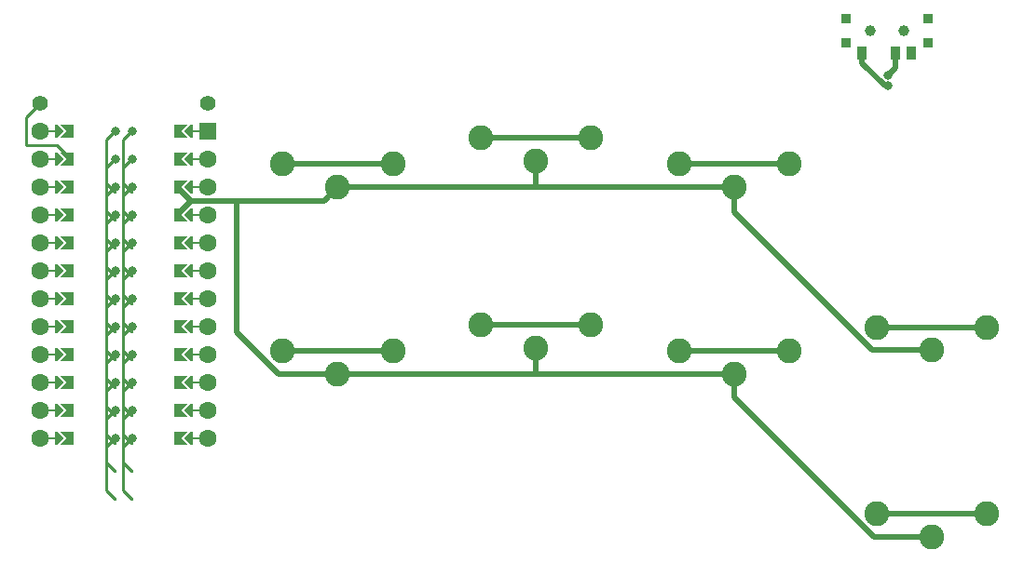
<source format=gbl>
%TF.GenerationSoftware,KiCad,Pcbnew,(6.0.10)*%
%TF.CreationDate,2023-01-30T19:57:53-06:00*%
%TF.ProjectId,mypaintbrush_aggressive,6d797061-696e-4746-9272-7573685f6167,rev?*%
%TF.SameCoordinates,Original*%
%TF.FileFunction,Copper,L2,Bot*%
%TF.FilePolarity,Positive*%
%FSLAX46Y46*%
G04 Gerber Fmt 4.6, Leading zero omitted, Abs format (unit mm)*
G04 Created by KiCad (PCBNEW (6.0.10)) date 2023-01-30 19:57:53*
%MOMM*%
%LPD*%
G01*
G04 APERTURE LIST*
G04 Aperture macros list*
%AMFreePoly0*
4,1,6,0.600000,0.200000,0.000000,-0.400000,-0.600000,0.200000,-0.600000,0.400000,0.600000,0.400000,0.600000,0.200000,0.600000,0.200000,$1*%
%AMFreePoly1*
4,1,5,0.125000,-0.500000,-0.125000,-0.500000,-0.125000,0.500000,0.125000,0.500000,0.125000,-0.500000,0.125000,-0.500000,$1*%
%AMFreePoly2*
4,1,49,0.004773,0.123721,0.009154,0.124665,0.028961,0.117240,0.062500,0.108253,0.068237,0.102516,0.075053,0.099961,0.087617,0.083136,0.108253,0.062500,0.111178,0.051584,0.117161,0.043572,0.118539,0.024114,0.125000,0.000000,0.121239,-0.014035,0.122131,-0.026629,0.113759,-0.041951,0.108253,-0.062500,0.095644,-0.075109,0.088389,-0.088388,-0.641000,-0.817776,-0.641000,-4.770224,
0.088389,-5.499612,0.109852,-5.528356,0.124665,-5.597154,0.099961,-5.663053,0.043572,-5.705161,-0.026629,-5.710131,-0.088388,-5.676389,-0.854388,-4.910388,-0.867707,-4.892552,-0.871189,-4.889530,-0.871982,-4.886826,-0.875852,-4.881644,-0.882331,-4.851549,-0.891000,-4.822000,-0.891000,-0.766000,-0.887805,-0.743969,-0.888131,-0.739371,-0.886780,-0.736898,-0.885852,-0.730498,-0.869151,-0.704632,
-0.854388,-0.677612,-0.088388,0.088389,-0.064606,0.106147,-0.062500,0.108253,-0.061385,0.108552,-0.059644,0.109852,-0.043806,0.113262,0.000000,0.125000,0.004773,0.123721,0.004773,0.123721,$1*%
%AMFreePoly3*
4,1,6,0.600000,-0.250000,-0.600000,-0.250000,-0.600000,1.000000,0.000000,0.400000,0.600000,1.000000,0.600000,-0.250000,0.600000,-0.250000,$1*%
G04 Aperture macros list end*
%TA.AperFunction,ComponentPad*%
%ADD10C,2.262000*%
%TD*%
%TA.AperFunction,ComponentPad*%
%ADD11C,1.600000*%
%TD*%
%TA.AperFunction,SMDPad,CuDef*%
%ADD12FreePoly0,270.000000*%
%TD*%
%TA.AperFunction,SMDPad,CuDef*%
%ADD13FreePoly1,270.000000*%
%TD*%
%TA.AperFunction,SMDPad,CuDef*%
%ADD14FreePoly1,90.000000*%
%TD*%
%TA.AperFunction,SMDPad,CuDef*%
%ADD15FreePoly0,90.000000*%
%TD*%
%TA.AperFunction,ComponentPad*%
%ADD16R,1.600000X1.600000*%
%TD*%
%TA.AperFunction,ComponentPad*%
%ADD17C,0.800000*%
%TD*%
%TA.AperFunction,SMDPad,CuDef*%
%ADD18FreePoly2,90.000000*%
%TD*%
%TA.AperFunction,SMDPad,CuDef*%
%ADD19FreePoly3,270.000000*%
%TD*%
%TA.AperFunction,SMDPad,CuDef*%
%ADD20FreePoly3,90.000000*%
%TD*%
%TA.AperFunction,SMDPad,CuDef*%
%ADD21FreePoly2,270.000000*%
%TD*%
%TA.AperFunction,ComponentPad*%
%ADD22C,1.397000*%
%TD*%
%TA.AperFunction,WasherPad*%
%ADD23C,1.000000*%
%TD*%
%TA.AperFunction,SMDPad,CuDef*%
%ADD24R,0.900000X0.900000*%
%TD*%
%TA.AperFunction,SMDPad,CuDef*%
%ADD25R,0.900000X1.250000*%
%TD*%
%TA.AperFunction,ViaPad*%
%ADD26C,0.800000*%
%TD*%
%TA.AperFunction,Conductor*%
%ADD27C,0.508000*%
%TD*%
%TA.AperFunction,Conductor*%
%ADD28C,0.250000*%
%TD*%
G04 APERTURE END LIST*
D10*
%TO.P,KEY2,1,1*%
%TO.N,GND*%
X123851736Y-32369424D03*
%TO.P,KEY2,2,2*%
%TO.N,R1C2*%
X118851736Y-30269424D03*
X128851736Y-30269424D03*
%TD*%
%TO.P,KEY3,1,1*%
%TO.N,GND*%
X141851738Y-34749426D03*
%TO.P,KEY3,2,2*%
%TO.N,R1C3*%
X146851738Y-32649426D03*
X136851738Y-32649426D03*
%TD*%
%TO.P,KEY4,1,1*%
%TO.N,GND*%
X159851734Y-49599425D03*
%TO.P,KEY4,2,2*%
%TO.N,R1C4*%
X164851734Y-47499425D03*
X154851734Y-47499425D03*
%TD*%
%TO.P,KEY6,1,1*%
%TO.N,GND*%
X123851738Y-49369424D03*
%TO.P,KEY6,2,2*%
%TO.N,R2C2*%
X128851738Y-47269424D03*
X118851738Y-47269424D03*
%TD*%
%TO.P,KEY7,1,1*%
%TO.N,GND*%
X141851738Y-51749426D03*
%TO.P,KEY7,2,2*%
%TO.N,R2C3*%
X146851738Y-49649426D03*
X136851738Y-49649426D03*
%TD*%
%TO.P,KEY8,1,1*%
%TO.N,GND*%
X159851736Y-66599424D03*
%TO.P,KEY8,2,2*%
%TO.N,R2C4*%
X164851736Y-64499424D03*
X154851736Y-64499424D03*
%TD*%
%TO.P,KEY1,1,1*%
%TO.N,GND*%
X105851736Y-34749424D03*
%TO.P,KEY1,2,2*%
%TO.N,R1C1*%
X110851736Y-32649424D03*
X100851736Y-32649424D03*
%TD*%
%TO.P,KEY5,1,1*%
%TO.N,GND*%
X105851735Y-51749424D03*
%TO.P,KEY5,2,2*%
%TO.N,R2C1*%
X110851735Y-49649424D03*
X100851735Y-49649424D03*
%TD*%
D11*
%TO.P,U1,*%
%TO.N,*%
X78781737Y-52489424D03*
D12*
X92243737Y-29629424D03*
D13*
X92751737Y-34709424D03*
D11*
X94021737Y-34709424D03*
D12*
X92243737Y-34709424D03*
D14*
X80051737Y-55029424D03*
D13*
X92751737Y-52489424D03*
D11*
X94021737Y-52489424D03*
X94021737Y-29629424D03*
D15*
X80559737Y-57569424D03*
D12*
X92243737Y-47409424D03*
D11*
X94021737Y-37249424D03*
D13*
X92751737Y-29629424D03*
D15*
X80559737Y-39789424D03*
D11*
X94021737Y-44869424D03*
D13*
X92751737Y-44869424D03*
D15*
X80559737Y-37249424D03*
D14*
X80051737Y-52489424D03*
D15*
X80559737Y-49949424D03*
D14*
X80051737Y-44869424D03*
D13*
X92751737Y-57569424D03*
D14*
X80051737Y-29629424D03*
D12*
X92243737Y-32169424D03*
D13*
X92751737Y-39789424D03*
D14*
X80051737Y-49949424D03*
X80051737Y-57569424D03*
D16*
X94021737Y-29629424D03*
D11*
X78781737Y-55029424D03*
D15*
X80559737Y-44869424D03*
D14*
X80051737Y-32169424D03*
D12*
X92243737Y-42329424D03*
D14*
X80051737Y-47409424D03*
D11*
X78781737Y-39789424D03*
D12*
X92243737Y-39789424D03*
D11*
X78781737Y-57569424D03*
D13*
X92751737Y-42329424D03*
D11*
X78781737Y-32169424D03*
X78781737Y-37249424D03*
X94021737Y-49949424D03*
D15*
X80559737Y-42329424D03*
D11*
X94021737Y-39789424D03*
X78781737Y-29629424D03*
X78781737Y-42329424D03*
D15*
X80559737Y-32169424D03*
D14*
X80051737Y-42329424D03*
D13*
X92751737Y-49949424D03*
D15*
X80559737Y-34709424D03*
D12*
X92243737Y-37249424D03*
X92243737Y-52489424D03*
D15*
X80559737Y-29629424D03*
D11*
X78781737Y-44869424D03*
D12*
X92243737Y-44869424D03*
D14*
X80051737Y-39789424D03*
X80051737Y-34709424D03*
D12*
X92243737Y-57569424D03*
D11*
X94021737Y-47409424D03*
D13*
X92751737Y-37249424D03*
D12*
X92243737Y-55029424D03*
D11*
X78781737Y-47409424D03*
D14*
X80051737Y-37249424D03*
D13*
X92751737Y-32169424D03*
D11*
X94021737Y-55029424D03*
X78781737Y-49949424D03*
X94021737Y-32169424D03*
X78781737Y-34709424D03*
X94021737Y-42329424D03*
D15*
X80559737Y-52489424D03*
D11*
X94021737Y-57569424D03*
D13*
X92751737Y-47409424D03*
D15*
X80559737Y-55029424D03*
D12*
X92243737Y-49949424D03*
D13*
X92751737Y-55029424D03*
D15*
X80559737Y-47409424D03*
D17*
%TO.P,U1,1,TX*%
%TO.N,unconnected-(U1-Pad1)*%
X85639737Y-29629424D03*
D18*
X85639737Y-29629424D03*
D19*
X91227737Y-29629424D03*
D18*
%TO.P,U1,2,RX*%
%TO.N,unconnected-(U1-Pad2)*%
X85639737Y-32169424D03*
D17*
X85639737Y-32169424D03*
D19*
X91227737Y-32169424D03*
D18*
%TO.P,U1,3,GND*%
%TO.N,GND*%
X85639737Y-34709424D03*
D19*
X91227737Y-34709424D03*
D17*
X85639737Y-34709424D03*
%TO.P,U1,4,GND*%
X85639737Y-37249424D03*
D18*
X85639737Y-37249424D03*
D19*
X91227737Y-37249424D03*
%TO.P,U1,5,SCL*%
%TO.N,SDA*%
X91227737Y-39789424D03*
D17*
X85639737Y-39789424D03*
D18*
X85639737Y-39789424D03*
D19*
%TO.P,U1,6,SDA*%
%TO.N,SCL*%
X91227737Y-42329424D03*
D17*
X85639737Y-42329424D03*
D18*
X85639737Y-42329424D03*
D17*
%TO.P,U1,7,D4*%
%TO.N,unconnected-(U1-Pad7)*%
X85639737Y-44869424D03*
D18*
X85639737Y-44869424D03*
D19*
X91227737Y-44869424D03*
D18*
%TO.P,U1,8,C6*%
%TO.N,unconnected-(U1-Pad8)*%
X85639737Y-47409424D03*
D19*
X91227737Y-47409424D03*
D17*
X85639737Y-47409424D03*
%TO.P,U1,9,D7*%
%TO.N,unconnected-(U1-Pad9)*%
X85639737Y-49949424D03*
D18*
X85639737Y-49949424D03*
D19*
X91227737Y-49949424D03*
D17*
%TO.P,U1,10,E6*%
%TO.N,unconnected-(U1-Pad10)*%
X85639737Y-52489424D03*
D18*
X85639737Y-52489424D03*
D19*
X91227737Y-52489424D03*
%TO.P,U1,11,B4*%
%TO.N,unconnected-(U1-Pad11)*%
X91227737Y-55029424D03*
D18*
X85639737Y-55029424D03*
D17*
X85639737Y-55029424D03*
D19*
%TO.P,U1,12,B5*%
%TO.N,unconnected-(U1-Pad12)*%
X91227737Y-57569424D03*
D18*
X85639737Y-57569424D03*
D17*
X85639737Y-57569424D03*
D20*
%TO.P,U1,13,B6*%
%TO.N,R2C4*%
X81575737Y-57569424D03*
D17*
X87163737Y-57569424D03*
D21*
X87163737Y-57569424D03*
D17*
%TO.P,U1,14,B2*%
%TO.N,R2C3*%
X87163737Y-55029424D03*
D20*
X81575737Y-55029424D03*
D21*
X87163737Y-55029424D03*
D17*
%TO.P,U1,15,B3*%
%TO.N,R2C2*%
X87163737Y-52489424D03*
D20*
X81575737Y-52489424D03*
D21*
X87163737Y-52489424D03*
D20*
%TO.P,U1,16,B1*%
%TO.N,R2C1*%
X81575737Y-49949424D03*
D21*
X87163737Y-49949424D03*
D17*
X87163737Y-49949424D03*
D21*
%TO.P,U1,17,F7*%
%TO.N,R1C4*%
X87163737Y-47409424D03*
D17*
X87163737Y-47409424D03*
D20*
X81575737Y-47409424D03*
D21*
%TO.P,U1,18,F6*%
%TO.N,R1C3*%
X87163737Y-44869424D03*
D20*
X81575737Y-44869424D03*
D17*
X87163737Y-44869424D03*
%TO.P,U1,19,F5*%
%TO.N,R1C2*%
X87163737Y-42329424D03*
D20*
X81575737Y-42329424D03*
D21*
X87163737Y-42329424D03*
D17*
%TO.P,U1,20,F4*%
%TO.N,R1C1*%
X87163737Y-39789424D03*
D20*
X81575737Y-39789424D03*
D21*
X87163737Y-39789424D03*
D20*
%TO.P,U1,21,VCC*%
%TO.N,VCC*%
X81575737Y-37249424D03*
D17*
X87163737Y-37249424D03*
D21*
X87163737Y-37249424D03*
D20*
%TO.P,U1,22,RST*%
%TO.N,RST*%
X81575737Y-34709424D03*
D17*
X87163737Y-34709424D03*
D21*
X87163737Y-34709424D03*
D17*
%TO.P,U1,23,GND*%
%TO.N,GND*%
X87163737Y-32169424D03*
D20*
X81575737Y-32169424D03*
D21*
X87163737Y-32169424D03*
%TO.P,U1,24,RAW*%
%TO.N,raw*%
X87163737Y-29629424D03*
D20*
X81575737Y-29629424D03*
D17*
X87163737Y-29629424D03*
%TD*%
D22*
%TO.P,Bat+1,1,1*%
%TO.N,BT+*%
X94021737Y-27129424D03*
%TD*%
%TO.P,BatGND1,1,1*%
%TO.N,GND*%
X78781737Y-27129424D03*
%TD*%
D23*
%TO.P,SW_POWER1,*%
%TO.N,*%
X157251736Y-20511924D03*
X154251736Y-20511924D03*
D24*
%TO.P,SW_POWER1,0*%
%TO.N,N/C*%
X159451736Y-19411924D03*
X152051736Y-19411924D03*
X152051736Y-21611924D03*
X159451736Y-21611924D03*
D25*
%TO.P,SW_POWER1,1,A*%
%TO.N,raw*%
X153501736Y-22586924D03*
%TO.P,SW_POWER1,2,B*%
%TO.N,BT+*%
X156501736Y-22586923D03*
%TO.P,SW_POWER1,3,C*%
%TO.N,unconnected-(SW_POWER1-Pad3)*%
X158001736Y-22586924D03*
%TD*%
D26*
%TO.N,BT+*%
X155826739Y-24549424D03*
%TO.N,raw*%
X155826739Y-25549424D03*
%TD*%
D27*
%TO.N,GND*%
X92502737Y-35974424D02*
X92492737Y-35974424D01*
X92492737Y-35974424D02*
X91227737Y-34709424D01*
X91227737Y-37249424D02*
X92502737Y-35974424D01*
X123851736Y-34699424D02*
X123901738Y-34749426D01*
X141851738Y-37049426D02*
X141851738Y-34749426D01*
X123901738Y-34749426D02*
X105851738Y-34749426D01*
X154551736Y-66599424D02*
X141851738Y-53899426D01*
X105851735Y-51749424D02*
X100501736Y-51749424D01*
D28*
X77501736Y-28409425D02*
X77501736Y-30924424D01*
X80330737Y-30924424D02*
X81575737Y-32169424D01*
X77501736Y-30924424D02*
X80330737Y-30924424D01*
D27*
X96676736Y-35974424D02*
X96676736Y-47924424D01*
X141851738Y-34749426D02*
X123901738Y-34749426D01*
X159851734Y-49599425D02*
X154401737Y-49599425D01*
X141851738Y-53899426D02*
X141851738Y-51749426D01*
X96676736Y-47924424D02*
X100501736Y-51749424D01*
X123851738Y-49369424D02*
X123851738Y-51699426D01*
X123851738Y-51699426D02*
X123901736Y-51749424D01*
X104626736Y-35974424D02*
X105851736Y-34749424D01*
X96676736Y-35974424D02*
X104626736Y-35974424D01*
D28*
X78781737Y-27129424D02*
X77501736Y-28409425D01*
D27*
X154401737Y-49599425D02*
X141851738Y-37049426D01*
X105851735Y-51749424D02*
X123901736Y-51749424D01*
X159851736Y-66599424D02*
X154551736Y-66599424D01*
X123901736Y-51749424D02*
X141851736Y-51749424D01*
X92502737Y-35974424D02*
X96676736Y-35974424D01*
X123851736Y-32369424D02*
X123851736Y-34699424D01*
%TO.N,R1C1*%
X100851736Y-32649424D02*
X110851736Y-32649424D01*
%TO.N,R1C2*%
X118851736Y-30269424D02*
X128851736Y-30269424D01*
%TO.N,R1C3*%
X136851738Y-32649426D02*
X146851738Y-32649426D01*
%TO.N,R1C4*%
X164851734Y-47499425D02*
X154851734Y-47499425D01*
%TO.N,R2C1*%
X110851735Y-49649424D02*
X100851735Y-49649424D01*
%TO.N,R2C2*%
X128851738Y-47269424D02*
X118851738Y-47269424D01*
%TO.N,R2C3*%
X146851738Y-49649426D02*
X136851738Y-49649426D01*
%TO.N,R2C4*%
X164851736Y-64499424D02*
X154851736Y-64499424D01*
%TO.N,BT+*%
X156501736Y-22586923D02*
X156501736Y-23874427D01*
X156501736Y-23874427D02*
X155826739Y-24549424D01*
%TO.N,raw*%
X153501736Y-23449424D02*
X153501736Y-22586924D01*
X155600853Y-25548541D02*
X153501736Y-23449424D01*
X155798982Y-25548541D02*
X155600853Y-25548541D01*
%TD*%
M02*

</source>
